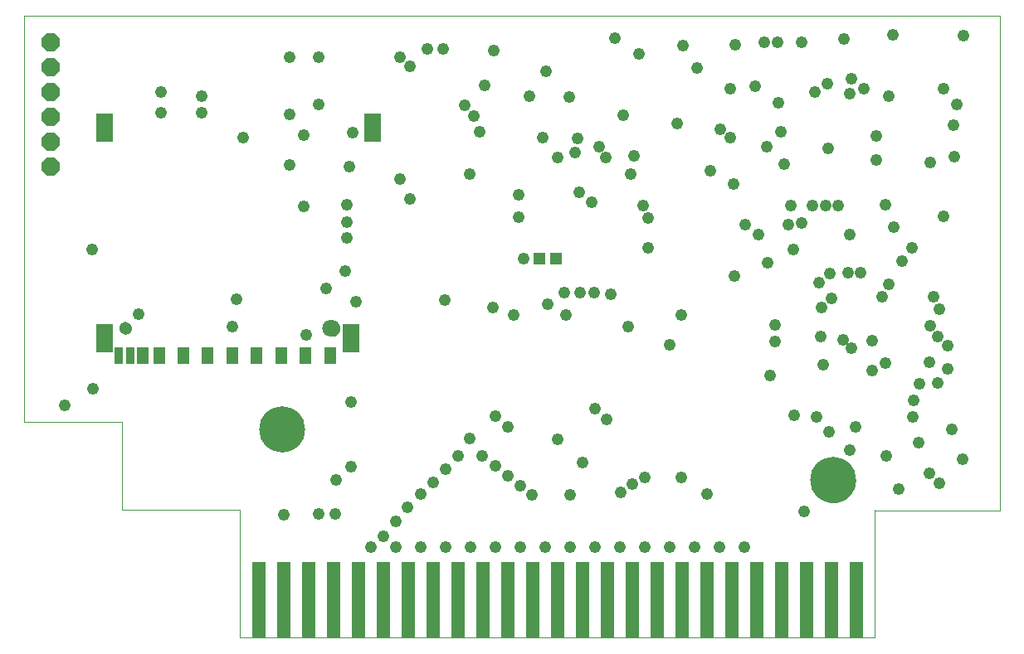
<source format=gbs>
G75*
%MOIN*%
%OFA0B0*%
%FSLAX25Y25*%
%IPPOS*%
%LPD*%
%AMOC8*
5,1,8,0,0,1.08239X$1,22.5*
%
%ADD10C,0.00000*%
%ADD11R,0.05800X0.30800*%
%ADD12C,0.18517*%
%ADD13R,0.04737X0.06706*%
%ADD14R,0.03556X0.06706*%
%ADD15C,0.05131*%
%ADD16C,0.07099*%
%ADD17R,0.06706X0.11824*%
%ADD18R,0.05131X0.04737*%
%ADD19OC8,0.07100*%
%ADD20C,0.04762*%
D10*
X0044370Y0056181D02*
X0044370Y0091614D01*
X0005000Y0091614D01*
X0005000Y0255000D01*
X0396732Y0255000D01*
X0396732Y0056161D01*
X0346614Y0056161D01*
X0346614Y0056181D01*
X0346614Y0056161D02*
X0346614Y0005000D01*
X0091614Y0005000D01*
X0091614Y0056181D01*
X0044370Y0056181D01*
X0099607Y0088654D02*
X0099610Y0088871D01*
X0099618Y0089089D01*
X0099631Y0089306D01*
X0099650Y0089522D01*
X0099674Y0089738D01*
X0099703Y0089954D01*
X0099737Y0090168D01*
X0099777Y0090382D01*
X0099822Y0090595D01*
X0099872Y0090806D01*
X0099928Y0091017D01*
X0099988Y0091225D01*
X0100054Y0091433D01*
X0100125Y0091638D01*
X0100201Y0091842D01*
X0100281Y0092044D01*
X0100367Y0092244D01*
X0100457Y0092441D01*
X0100553Y0092637D01*
X0100653Y0092830D01*
X0100758Y0093020D01*
X0100867Y0093208D01*
X0100981Y0093393D01*
X0101100Y0093575D01*
X0101223Y0093755D01*
X0101350Y0093931D01*
X0101482Y0094104D01*
X0101618Y0094273D01*
X0101758Y0094440D01*
X0101902Y0094603D01*
X0102050Y0094762D01*
X0102201Y0094918D01*
X0102357Y0095069D01*
X0102516Y0095217D01*
X0102679Y0095361D01*
X0102846Y0095501D01*
X0103015Y0095637D01*
X0103188Y0095769D01*
X0103364Y0095896D01*
X0103544Y0096019D01*
X0103726Y0096138D01*
X0103911Y0096252D01*
X0104099Y0096361D01*
X0104289Y0096466D01*
X0104482Y0096566D01*
X0104678Y0096662D01*
X0104875Y0096752D01*
X0105075Y0096838D01*
X0105277Y0096918D01*
X0105481Y0096994D01*
X0105686Y0097065D01*
X0105894Y0097131D01*
X0106102Y0097191D01*
X0106313Y0097247D01*
X0106524Y0097297D01*
X0106737Y0097342D01*
X0106951Y0097382D01*
X0107165Y0097416D01*
X0107381Y0097445D01*
X0107597Y0097469D01*
X0107813Y0097488D01*
X0108030Y0097501D01*
X0108248Y0097509D01*
X0108465Y0097512D01*
X0108682Y0097509D01*
X0108900Y0097501D01*
X0109117Y0097488D01*
X0109333Y0097469D01*
X0109549Y0097445D01*
X0109765Y0097416D01*
X0109979Y0097382D01*
X0110193Y0097342D01*
X0110406Y0097297D01*
X0110617Y0097247D01*
X0110828Y0097191D01*
X0111036Y0097131D01*
X0111244Y0097065D01*
X0111449Y0096994D01*
X0111653Y0096918D01*
X0111855Y0096838D01*
X0112055Y0096752D01*
X0112252Y0096662D01*
X0112448Y0096566D01*
X0112641Y0096466D01*
X0112831Y0096361D01*
X0113019Y0096252D01*
X0113204Y0096138D01*
X0113386Y0096019D01*
X0113566Y0095896D01*
X0113742Y0095769D01*
X0113915Y0095637D01*
X0114084Y0095501D01*
X0114251Y0095361D01*
X0114414Y0095217D01*
X0114573Y0095069D01*
X0114729Y0094918D01*
X0114880Y0094762D01*
X0115028Y0094603D01*
X0115172Y0094440D01*
X0115312Y0094273D01*
X0115448Y0094104D01*
X0115580Y0093931D01*
X0115707Y0093755D01*
X0115830Y0093575D01*
X0115949Y0093393D01*
X0116063Y0093208D01*
X0116172Y0093020D01*
X0116277Y0092830D01*
X0116377Y0092637D01*
X0116473Y0092441D01*
X0116563Y0092244D01*
X0116649Y0092044D01*
X0116729Y0091842D01*
X0116805Y0091638D01*
X0116876Y0091433D01*
X0116942Y0091225D01*
X0117002Y0091017D01*
X0117058Y0090806D01*
X0117108Y0090595D01*
X0117153Y0090382D01*
X0117193Y0090168D01*
X0117227Y0089954D01*
X0117256Y0089738D01*
X0117280Y0089522D01*
X0117299Y0089306D01*
X0117312Y0089089D01*
X0117320Y0088871D01*
X0117323Y0088654D01*
X0117320Y0088437D01*
X0117312Y0088219D01*
X0117299Y0088002D01*
X0117280Y0087786D01*
X0117256Y0087570D01*
X0117227Y0087354D01*
X0117193Y0087140D01*
X0117153Y0086926D01*
X0117108Y0086713D01*
X0117058Y0086502D01*
X0117002Y0086291D01*
X0116942Y0086083D01*
X0116876Y0085875D01*
X0116805Y0085670D01*
X0116729Y0085466D01*
X0116649Y0085264D01*
X0116563Y0085064D01*
X0116473Y0084867D01*
X0116377Y0084671D01*
X0116277Y0084478D01*
X0116172Y0084288D01*
X0116063Y0084100D01*
X0115949Y0083915D01*
X0115830Y0083733D01*
X0115707Y0083553D01*
X0115580Y0083377D01*
X0115448Y0083204D01*
X0115312Y0083035D01*
X0115172Y0082868D01*
X0115028Y0082705D01*
X0114880Y0082546D01*
X0114729Y0082390D01*
X0114573Y0082239D01*
X0114414Y0082091D01*
X0114251Y0081947D01*
X0114084Y0081807D01*
X0113915Y0081671D01*
X0113742Y0081539D01*
X0113566Y0081412D01*
X0113386Y0081289D01*
X0113204Y0081170D01*
X0113019Y0081056D01*
X0112831Y0080947D01*
X0112641Y0080842D01*
X0112448Y0080742D01*
X0112252Y0080646D01*
X0112055Y0080556D01*
X0111855Y0080470D01*
X0111653Y0080390D01*
X0111449Y0080314D01*
X0111244Y0080243D01*
X0111036Y0080177D01*
X0110828Y0080117D01*
X0110617Y0080061D01*
X0110406Y0080011D01*
X0110193Y0079966D01*
X0109979Y0079926D01*
X0109765Y0079892D01*
X0109549Y0079863D01*
X0109333Y0079839D01*
X0109117Y0079820D01*
X0108900Y0079807D01*
X0108682Y0079799D01*
X0108465Y0079796D01*
X0108248Y0079799D01*
X0108030Y0079807D01*
X0107813Y0079820D01*
X0107597Y0079839D01*
X0107381Y0079863D01*
X0107165Y0079892D01*
X0106951Y0079926D01*
X0106737Y0079966D01*
X0106524Y0080011D01*
X0106313Y0080061D01*
X0106102Y0080117D01*
X0105894Y0080177D01*
X0105686Y0080243D01*
X0105481Y0080314D01*
X0105277Y0080390D01*
X0105075Y0080470D01*
X0104875Y0080556D01*
X0104678Y0080646D01*
X0104482Y0080742D01*
X0104289Y0080842D01*
X0104099Y0080947D01*
X0103911Y0081056D01*
X0103726Y0081170D01*
X0103544Y0081289D01*
X0103364Y0081412D01*
X0103188Y0081539D01*
X0103015Y0081671D01*
X0102846Y0081807D01*
X0102679Y0081947D01*
X0102516Y0082091D01*
X0102357Y0082239D01*
X0102201Y0082390D01*
X0102050Y0082546D01*
X0101902Y0082705D01*
X0101758Y0082868D01*
X0101618Y0083035D01*
X0101482Y0083204D01*
X0101350Y0083377D01*
X0101223Y0083553D01*
X0101100Y0083733D01*
X0100981Y0083915D01*
X0100867Y0084100D01*
X0100758Y0084288D01*
X0100653Y0084478D01*
X0100553Y0084671D01*
X0100457Y0084867D01*
X0100367Y0085064D01*
X0100281Y0085264D01*
X0100201Y0085466D01*
X0100125Y0085670D01*
X0100054Y0085875D01*
X0099988Y0086083D01*
X0099928Y0086291D01*
X0099872Y0086502D01*
X0099822Y0086713D01*
X0099777Y0086926D01*
X0099737Y0087140D01*
X0099703Y0087354D01*
X0099674Y0087570D01*
X0099650Y0087786D01*
X0099631Y0088002D01*
X0099618Y0088219D01*
X0099610Y0088437D01*
X0099607Y0088654D01*
X0125216Y0129323D02*
X0125218Y0129435D01*
X0125224Y0129546D01*
X0125234Y0129658D01*
X0125248Y0129769D01*
X0125265Y0129879D01*
X0125287Y0129989D01*
X0125313Y0130098D01*
X0125342Y0130206D01*
X0125375Y0130312D01*
X0125412Y0130418D01*
X0125453Y0130522D01*
X0125498Y0130625D01*
X0125546Y0130726D01*
X0125597Y0130825D01*
X0125652Y0130922D01*
X0125711Y0131017D01*
X0125772Y0131111D01*
X0125837Y0131202D01*
X0125906Y0131290D01*
X0125977Y0131376D01*
X0126051Y0131460D01*
X0126129Y0131540D01*
X0126209Y0131618D01*
X0126292Y0131694D01*
X0126377Y0131766D01*
X0126465Y0131835D01*
X0126555Y0131901D01*
X0126648Y0131963D01*
X0126743Y0132023D01*
X0126840Y0132079D01*
X0126938Y0132131D01*
X0127039Y0132180D01*
X0127141Y0132225D01*
X0127245Y0132267D01*
X0127350Y0132305D01*
X0127457Y0132339D01*
X0127564Y0132369D01*
X0127673Y0132396D01*
X0127782Y0132418D01*
X0127893Y0132437D01*
X0128003Y0132452D01*
X0128115Y0132463D01*
X0128226Y0132470D01*
X0128338Y0132473D01*
X0128450Y0132472D01*
X0128562Y0132467D01*
X0128673Y0132458D01*
X0128784Y0132445D01*
X0128895Y0132428D01*
X0129005Y0132408D01*
X0129114Y0132383D01*
X0129222Y0132355D01*
X0129329Y0132322D01*
X0129435Y0132286D01*
X0129539Y0132246D01*
X0129642Y0132203D01*
X0129744Y0132156D01*
X0129843Y0132105D01*
X0129941Y0132051D01*
X0130037Y0131993D01*
X0130131Y0131932D01*
X0130222Y0131868D01*
X0130311Y0131801D01*
X0130398Y0131730D01*
X0130482Y0131656D01*
X0130564Y0131580D01*
X0130642Y0131500D01*
X0130718Y0131418D01*
X0130791Y0131333D01*
X0130861Y0131246D01*
X0130927Y0131156D01*
X0130991Y0131064D01*
X0131051Y0130970D01*
X0131108Y0130874D01*
X0131161Y0130775D01*
X0131211Y0130675D01*
X0131257Y0130574D01*
X0131300Y0130470D01*
X0131339Y0130365D01*
X0131374Y0130259D01*
X0131405Y0130152D01*
X0131433Y0130043D01*
X0131456Y0129934D01*
X0131476Y0129824D01*
X0131492Y0129713D01*
X0131504Y0129602D01*
X0131512Y0129491D01*
X0131516Y0129379D01*
X0131516Y0129267D01*
X0131512Y0129155D01*
X0131504Y0129044D01*
X0131492Y0128933D01*
X0131476Y0128822D01*
X0131456Y0128712D01*
X0131433Y0128603D01*
X0131405Y0128494D01*
X0131374Y0128387D01*
X0131339Y0128281D01*
X0131300Y0128176D01*
X0131257Y0128072D01*
X0131211Y0127971D01*
X0131161Y0127871D01*
X0131108Y0127772D01*
X0131051Y0127676D01*
X0130991Y0127582D01*
X0130927Y0127490D01*
X0130861Y0127400D01*
X0130791Y0127313D01*
X0130718Y0127228D01*
X0130642Y0127146D01*
X0130564Y0127066D01*
X0130482Y0126990D01*
X0130398Y0126916D01*
X0130311Y0126845D01*
X0130222Y0126778D01*
X0130131Y0126714D01*
X0130037Y0126653D01*
X0129941Y0126595D01*
X0129843Y0126541D01*
X0129744Y0126490D01*
X0129642Y0126443D01*
X0129539Y0126400D01*
X0129435Y0126360D01*
X0129329Y0126324D01*
X0129222Y0126291D01*
X0129114Y0126263D01*
X0129005Y0126238D01*
X0128895Y0126218D01*
X0128784Y0126201D01*
X0128673Y0126188D01*
X0128562Y0126179D01*
X0128450Y0126174D01*
X0128338Y0126173D01*
X0128226Y0126176D01*
X0128115Y0126183D01*
X0128003Y0126194D01*
X0127893Y0126209D01*
X0127782Y0126228D01*
X0127673Y0126250D01*
X0127564Y0126277D01*
X0127457Y0126307D01*
X0127350Y0126341D01*
X0127245Y0126379D01*
X0127141Y0126421D01*
X0127039Y0126466D01*
X0126938Y0126515D01*
X0126840Y0126567D01*
X0126743Y0126623D01*
X0126648Y0126683D01*
X0126555Y0126745D01*
X0126465Y0126811D01*
X0126377Y0126880D01*
X0126292Y0126952D01*
X0126209Y0127028D01*
X0126129Y0127106D01*
X0126051Y0127186D01*
X0125977Y0127270D01*
X0125906Y0127356D01*
X0125837Y0127444D01*
X0125772Y0127535D01*
X0125711Y0127629D01*
X0125652Y0127724D01*
X0125597Y0127821D01*
X0125546Y0127920D01*
X0125498Y0128021D01*
X0125453Y0128124D01*
X0125412Y0128228D01*
X0125375Y0128334D01*
X0125342Y0128440D01*
X0125313Y0128548D01*
X0125287Y0128657D01*
X0125265Y0128767D01*
X0125248Y0128877D01*
X0125234Y0128988D01*
X0125224Y0129100D01*
X0125218Y0129211D01*
X0125216Y0129323D01*
X0043524Y0129323D02*
X0043526Y0129416D01*
X0043532Y0129508D01*
X0043542Y0129600D01*
X0043556Y0129691D01*
X0043573Y0129782D01*
X0043595Y0129872D01*
X0043620Y0129961D01*
X0043649Y0130049D01*
X0043682Y0130135D01*
X0043719Y0130220D01*
X0043759Y0130304D01*
X0043803Y0130385D01*
X0043850Y0130465D01*
X0043900Y0130543D01*
X0043954Y0130618D01*
X0044011Y0130691D01*
X0044071Y0130761D01*
X0044134Y0130829D01*
X0044200Y0130894D01*
X0044268Y0130956D01*
X0044339Y0131016D01*
X0044413Y0131072D01*
X0044489Y0131125D01*
X0044567Y0131174D01*
X0044647Y0131221D01*
X0044729Y0131263D01*
X0044813Y0131303D01*
X0044898Y0131338D01*
X0044985Y0131370D01*
X0045073Y0131399D01*
X0045162Y0131423D01*
X0045252Y0131444D01*
X0045343Y0131460D01*
X0045435Y0131473D01*
X0045527Y0131482D01*
X0045620Y0131487D01*
X0045712Y0131488D01*
X0045805Y0131485D01*
X0045897Y0131478D01*
X0045989Y0131467D01*
X0046080Y0131452D01*
X0046171Y0131434D01*
X0046261Y0131411D01*
X0046349Y0131385D01*
X0046437Y0131355D01*
X0046523Y0131321D01*
X0046607Y0131284D01*
X0046690Y0131242D01*
X0046771Y0131198D01*
X0046851Y0131150D01*
X0046928Y0131099D01*
X0047002Y0131044D01*
X0047075Y0130986D01*
X0047145Y0130926D01*
X0047212Y0130862D01*
X0047276Y0130796D01*
X0047338Y0130726D01*
X0047396Y0130655D01*
X0047451Y0130581D01*
X0047503Y0130504D01*
X0047552Y0130425D01*
X0047598Y0130345D01*
X0047640Y0130262D01*
X0047678Y0130178D01*
X0047713Y0130092D01*
X0047744Y0130005D01*
X0047771Y0129917D01*
X0047794Y0129827D01*
X0047814Y0129737D01*
X0047830Y0129646D01*
X0047842Y0129554D01*
X0047850Y0129462D01*
X0047854Y0129369D01*
X0047854Y0129277D01*
X0047850Y0129184D01*
X0047842Y0129092D01*
X0047830Y0129000D01*
X0047814Y0128909D01*
X0047794Y0128819D01*
X0047771Y0128729D01*
X0047744Y0128641D01*
X0047713Y0128554D01*
X0047678Y0128468D01*
X0047640Y0128384D01*
X0047598Y0128301D01*
X0047552Y0128221D01*
X0047503Y0128142D01*
X0047451Y0128065D01*
X0047396Y0127991D01*
X0047338Y0127920D01*
X0047276Y0127850D01*
X0047212Y0127784D01*
X0047145Y0127720D01*
X0047075Y0127660D01*
X0047002Y0127602D01*
X0046928Y0127547D01*
X0046851Y0127496D01*
X0046772Y0127448D01*
X0046690Y0127404D01*
X0046607Y0127362D01*
X0046523Y0127325D01*
X0046437Y0127291D01*
X0046349Y0127261D01*
X0046261Y0127235D01*
X0046171Y0127212D01*
X0046080Y0127194D01*
X0045989Y0127179D01*
X0045897Y0127168D01*
X0045805Y0127161D01*
X0045712Y0127158D01*
X0045620Y0127159D01*
X0045527Y0127164D01*
X0045435Y0127173D01*
X0045343Y0127186D01*
X0045252Y0127202D01*
X0045162Y0127223D01*
X0045073Y0127247D01*
X0044985Y0127276D01*
X0044898Y0127308D01*
X0044813Y0127343D01*
X0044729Y0127383D01*
X0044647Y0127425D01*
X0044567Y0127472D01*
X0044489Y0127521D01*
X0044413Y0127574D01*
X0044339Y0127630D01*
X0044268Y0127690D01*
X0044200Y0127752D01*
X0044134Y0127817D01*
X0044071Y0127885D01*
X0044011Y0127955D01*
X0043954Y0128028D01*
X0043900Y0128103D01*
X0043850Y0128181D01*
X0043803Y0128261D01*
X0043759Y0128342D01*
X0043719Y0128426D01*
X0043682Y0128511D01*
X0043649Y0128597D01*
X0043620Y0128685D01*
X0043595Y0128774D01*
X0043573Y0128864D01*
X0043556Y0128955D01*
X0043542Y0129046D01*
X0043532Y0129138D01*
X0043526Y0129230D01*
X0043524Y0129323D01*
X0321024Y0068185D02*
X0321027Y0068402D01*
X0321035Y0068620D01*
X0321048Y0068837D01*
X0321067Y0069053D01*
X0321091Y0069269D01*
X0321120Y0069485D01*
X0321154Y0069699D01*
X0321194Y0069913D01*
X0321239Y0070126D01*
X0321289Y0070337D01*
X0321345Y0070548D01*
X0321405Y0070756D01*
X0321471Y0070964D01*
X0321542Y0071169D01*
X0321618Y0071373D01*
X0321698Y0071575D01*
X0321784Y0071775D01*
X0321874Y0071972D01*
X0321970Y0072168D01*
X0322070Y0072361D01*
X0322175Y0072551D01*
X0322284Y0072739D01*
X0322398Y0072924D01*
X0322517Y0073106D01*
X0322640Y0073286D01*
X0322767Y0073462D01*
X0322899Y0073635D01*
X0323035Y0073804D01*
X0323175Y0073971D01*
X0323319Y0074134D01*
X0323467Y0074293D01*
X0323618Y0074449D01*
X0323774Y0074600D01*
X0323933Y0074748D01*
X0324096Y0074892D01*
X0324263Y0075032D01*
X0324432Y0075168D01*
X0324605Y0075300D01*
X0324781Y0075427D01*
X0324961Y0075550D01*
X0325143Y0075669D01*
X0325328Y0075783D01*
X0325516Y0075892D01*
X0325706Y0075997D01*
X0325899Y0076097D01*
X0326095Y0076193D01*
X0326292Y0076283D01*
X0326492Y0076369D01*
X0326694Y0076449D01*
X0326898Y0076525D01*
X0327103Y0076596D01*
X0327311Y0076662D01*
X0327519Y0076722D01*
X0327730Y0076778D01*
X0327941Y0076828D01*
X0328154Y0076873D01*
X0328368Y0076913D01*
X0328582Y0076947D01*
X0328798Y0076976D01*
X0329014Y0077000D01*
X0329230Y0077019D01*
X0329447Y0077032D01*
X0329665Y0077040D01*
X0329882Y0077043D01*
X0330099Y0077040D01*
X0330317Y0077032D01*
X0330534Y0077019D01*
X0330750Y0077000D01*
X0330966Y0076976D01*
X0331182Y0076947D01*
X0331396Y0076913D01*
X0331610Y0076873D01*
X0331823Y0076828D01*
X0332034Y0076778D01*
X0332245Y0076722D01*
X0332453Y0076662D01*
X0332661Y0076596D01*
X0332866Y0076525D01*
X0333070Y0076449D01*
X0333272Y0076369D01*
X0333472Y0076283D01*
X0333669Y0076193D01*
X0333865Y0076097D01*
X0334058Y0075997D01*
X0334248Y0075892D01*
X0334436Y0075783D01*
X0334621Y0075669D01*
X0334803Y0075550D01*
X0334983Y0075427D01*
X0335159Y0075300D01*
X0335332Y0075168D01*
X0335501Y0075032D01*
X0335668Y0074892D01*
X0335831Y0074748D01*
X0335990Y0074600D01*
X0336146Y0074449D01*
X0336297Y0074293D01*
X0336445Y0074134D01*
X0336589Y0073971D01*
X0336729Y0073804D01*
X0336865Y0073635D01*
X0336997Y0073462D01*
X0337124Y0073286D01*
X0337247Y0073106D01*
X0337366Y0072924D01*
X0337480Y0072739D01*
X0337589Y0072551D01*
X0337694Y0072361D01*
X0337794Y0072168D01*
X0337890Y0071972D01*
X0337980Y0071775D01*
X0338066Y0071575D01*
X0338146Y0071373D01*
X0338222Y0071169D01*
X0338293Y0070964D01*
X0338359Y0070756D01*
X0338419Y0070548D01*
X0338475Y0070337D01*
X0338525Y0070126D01*
X0338570Y0069913D01*
X0338610Y0069699D01*
X0338644Y0069485D01*
X0338673Y0069269D01*
X0338697Y0069053D01*
X0338716Y0068837D01*
X0338729Y0068620D01*
X0338737Y0068402D01*
X0338740Y0068185D01*
X0338737Y0067968D01*
X0338729Y0067750D01*
X0338716Y0067533D01*
X0338697Y0067317D01*
X0338673Y0067101D01*
X0338644Y0066885D01*
X0338610Y0066671D01*
X0338570Y0066457D01*
X0338525Y0066244D01*
X0338475Y0066033D01*
X0338419Y0065822D01*
X0338359Y0065614D01*
X0338293Y0065406D01*
X0338222Y0065201D01*
X0338146Y0064997D01*
X0338066Y0064795D01*
X0337980Y0064595D01*
X0337890Y0064398D01*
X0337794Y0064202D01*
X0337694Y0064009D01*
X0337589Y0063819D01*
X0337480Y0063631D01*
X0337366Y0063446D01*
X0337247Y0063264D01*
X0337124Y0063084D01*
X0336997Y0062908D01*
X0336865Y0062735D01*
X0336729Y0062566D01*
X0336589Y0062399D01*
X0336445Y0062236D01*
X0336297Y0062077D01*
X0336146Y0061921D01*
X0335990Y0061770D01*
X0335831Y0061622D01*
X0335668Y0061478D01*
X0335501Y0061338D01*
X0335332Y0061202D01*
X0335159Y0061070D01*
X0334983Y0060943D01*
X0334803Y0060820D01*
X0334621Y0060701D01*
X0334436Y0060587D01*
X0334248Y0060478D01*
X0334058Y0060373D01*
X0333865Y0060273D01*
X0333669Y0060177D01*
X0333472Y0060087D01*
X0333272Y0060001D01*
X0333070Y0059921D01*
X0332866Y0059845D01*
X0332661Y0059774D01*
X0332453Y0059708D01*
X0332245Y0059648D01*
X0332034Y0059592D01*
X0331823Y0059542D01*
X0331610Y0059497D01*
X0331396Y0059457D01*
X0331182Y0059423D01*
X0330966Y0059394D01*
X0330750Y0059370D01*
X0330534Y0059351D01*
X0330317Y0059338D01*
X0330099Y0059330D01*
X0329882Y0059327D01*
X0329665Y0059330D01*
X0329447Y0059338D01*
X0329230Y0059351D01*
X0329014Y0059370D01*
X0328798Y0059394D01*
X0328582Y0059423D01*
X0328368Y0059457D01*
X0328154Y0059497D01*
X0327941Y0059542D01*
X0327730Y0059592D01*
X0327519Y0059648D01*
X0327311Y0059708D01*
X0327103Y0059774D01*
X0326898Y0059845D01*
X0326694Y0059921D01*
X0326492Y0060001D01*
X0326292Y0060087D01*
X0326095Y0060177D01*
X0325899Y0060273D01*
X0325706Y0060373D01*
X0325516Y0060478D01*
X0325328Y0060587D01*
X0325143Y0060701D01*
X0324961Y0060820D01*
X0324781Y0060943D01*
X0324605Y0061070D01*
X0324432Y0061202D01*
X0324263Y0061338D01*
X0324096Y0061478D01*
X0323933Y0061622D01*
X0323774Y0061770D01*
X0323618Y0061921D01*
X0323467Y0062077D01*
X0323319Y0062236D01*
X0323175Y0062399D01*
X0323035Y0062566D01*
X0322899Y0062735D01*
X0322767Y0062908D01*
X0322640Y0063084D01*
X0322517Y0063264D01*
X0322398Y0063446D01*
X0322284Y0063631D01*
X0322175Y0063819D01*
X0322070Y0064009D01*
X0321970Y0064202D01*
X0321874Y0064398D01*
X0321784Y0064595D01*
X0321698Y0064795D01*
X0321618Y0064997D01*
X0321542Y0065201D01*
X0321471Y0065406D01*
X0321405Y0065614D01*
X0321345Y0065822D01*
X0321289Y0066033D01*
X0321239Y0066244D01*
X0321194Y0066457D01*
X0321154Y0066671D01*
X0321120Y0066885D01*
X0321091Y0067101D01*
X0321067Y0067317D01*
X0321048Y0067533D01*
X0321035Y0067750D01*
X0321027Y0067968D01*
X0321024Y0068185D01*
D11*
X0319114Y0020000D03*
X0329114Y0020000D03*
X0339114Y0020000D03*
X0309114Y0020000D03*
X0299114Y0020000D03*
X0289114Y0020000D03*
X0279114Y0020000D03*
X0269114Y0020000D03*
X0259114Y0020000D03*
X0249114Y0020000D03*
X0239114Y0020000D03*
X0229114Y0020000D03*
X0219114Y0020000D03*
X0209114Y0020000D03*
X0199114Y0020000D03*
X0189114Y0020000D03*
X0179114Y0020000D03*
X0169114Y0020000D03*
X0159114Y0020000D03*
X0149114Y0020000D03*
X0139114Y0020000D03*
X0129114Y0020000D03*
X0119114Y0020000D03*
X0109114Y0020000D03*
X0099114Y0020000D03*
D12*
X0108465Y0088654D03*
X0329882Y0068185D03*
D13*
X0127874Y0118299D03*
X0118031Y0118299D03*
X0108189Y0118299D03*
X0098346Y0118299D03*
X0088504Y0118299D03*
X0078661Y0118299D03*
X0068819Y0118299D03*
X0059272Y0118299D03*
X0052579Y0118299D03*
D14*
X0047461Y0118299D03*
X0042736Y0118299D03*
D15*
X0045689Y0129323D03*
D16*
X0128366Y0129323D03*
D17*
X0136043Y0125386D03*
X0037224Y0125386D03*
X0037224Y0210031D03*
X0144705Y0210031D03*
D18*
X0211969Y0157362D03*
X0218661Y0157362D03*
D19*
X0015685Y0194331D03*
X0015685Y0204331D03*
X0015685Y0214331D03*
X0015685Y0224331D03*
X0015685Y0234331D03*
X0015685Y0244331D03*
D20*
X0059803Y0224409D03*
X0059803Y0216142D03*
X0076339Y0216142D03*
X0076339Y0222835D03*
X0092874Y0205906D03*
X0111378Y0215354D03*
X0123189Y0219291D03*
X0136969Y0207874D03*
X0117283Y0207087D03*
X0111378Y0194882D03*
X0117283Y0178346D03*
X0134606Y0179134D03*
X0134606Y0172047D03*
X0134606Y0165748D03*
X0133819Y0152362D03*
X0126339Y0145276D03*
X0138150Y0140157D03*
X0118071Y0126772D03*
X0088543Y0129921D03*
X0090118Y0140945D03*
X0050748Y0135039D03*
X0032244Y0161024D03*
X0032638Y0105118D03*
X0021220Y0098425D03*
X0109185Y0054331D03*
X0123189Y0054724D03*
X0129882Y0054724D03*
X0130276Y0068504D03*
X0136181Y0073622D03*
X0159016Y0057480D03*
X0164134Y0062598D03*
X0169252Y0067323D03*
X0174370Y0072835D03*
X0179094Y0077953D03*
X0188937Y0077953D03*
X0194055Y0074016D03*
X0199173Y0070079D03*
X0204291Y0066142D03*
X0209016Y0062205D03*
X0224370Y0062205D03*
X0229094Y0075197D03*
X0219252Y0084646D03*
X0234213Y0096850D03*
X0238937Y0092520D03*
X0254291Y0069291D03*
X0249173Y0066535D03*
X0244449Y0063386D03*
X0268858Y0069291D03*
X0279094Y0062598D03*
X0279114Y0062598D03*
X0274185Y0041331D03*
X0264185Y0041331D03*
X0254185Y0041331D03*
X0244185Y0041331D03*
X0234185Y0041331D03*
X0224185Y0041331D03*
X0214185Y0041331D03*
X0204185Y0041331D03*
X0194185Y0041331D03*
X0184185Y0041331D03*
X0174185Y0041331D03*
X0164185Y0041331D03*
X0154185Y0041331D03*
X0149173Y0045669D03*
X0144185Y0041331D03*
X0154291Y0051575D03*
X0183819Y0085039D03*
X0194055Y0094094D03*
X0199173Y0089764D03*
X0247598Y0129921D03*
X0264134Y0122835D03*
X0268858Y0134646D03*
X0290118Y0150394D03*
X0303504Y0155512D03*
X0313740Y0161024D03*
X0299961Y0166929D03*
X0294449Y0170866D03*
X0311772Y0170866D03*
X0317283Y0171654D03*
X0312953Y0178740D03*
X0321614Y0178740D03*
X0326732Y0178740D03*
X0331850Y0178740D03*
X0336575Y0166929D03*
X0350748Y0179134D03*
X0354291Y0170079D03*
X0361378Y0161811D03*
X0357441Y0156299D03*
X0352323Y0146850D03*
X0349567Y0142126D03*
X0340906Y0151575D03*
X0335787Y0151575D03*
X0328701Y0151181D03*
X0324370Y0147638D03*
X0329094Y0141339D03*
X0325157Y0137795D03*
X0324764Y0125984D03*
X0333819Y0124803D03*
X0337362Y0121260D03*
X0345630Y0124409D03*
X0350748Y0115354D03*
X0345630Y0112205D03*
X0364528Y0107087D03*
X0362165Y0100394D03*
X0372008Y0107480D03*
X0375945Y0112992D03*
X0368465Y0115748D03*
X0375945Y0122441D03*
X0372008Y0125984D03*
X0368858Y0130315D03*
X0372402Y0137008D03*
X0370039Y0142126D03*
X0374370Y0174409D03*
X0368858Y0196063D03*
X0378701Y0198425D03*
X0378307Y0211024D03*
X0379488Y0219291D03*
X0374370Y0225591D03*
X0352323Y0222835D03*
X0342087Y0225591D03*
X0336575Y0223622D03*
X0337362Y0229528D03*
X0327520Y0227559D03*
X0322402Y0224409D03*
X0307835Y0220079D03*
X0298386Y0226772D03*
X0288543Y0225591D03*
X0275157Y0233858D03*
X0269646Y0242913D03*
X0251929Y0239764D03*
X0242087Y0246063D03*
X0214528Y0232677D03*
X0207835Y0222835D03*
X0223976Y0222441D03*
X0245630Y0214961D03*
X0227126Y0205512D03*
X0235787Y0202362D03*
X0238543Y0198031D03*
X0249961Y0198819D03*
X0248386Y0191339D03*
X0233031Y0179921D03*
X0227913Y0183858D03*
X0226339Y0200000D03*
X0219252Y0198031D03*
X0213346Y0205906D03*
X0187756Y0208268D03*
X0185394Y0214567D03*
X0181850Y0218898D03*
X0189724Y0227165D03*
X0193661Y0240945D03*
X0173189Y0241732D03*
X0166890Y0241732D03*
X0155866Y0238189D03*
X0159803Y0234646D03*
X0123189Y0238189D03*
X0111378Y0238189D03*
X0135394Y0194488D03*
X0155866Y0189370D03*
X0159803Y0181496D03*
X0183819Y0191339D03*
X0203504Y0183071D03*
X0203504Y0174016D03*
X0205472Y0157480D03*
X0222008Y0143701D03*
X0228307Y0143701D03*
X0233819Y0143701D03*
X0240512Y0142913D03*
X0222402Y0134646D03*
X0215315Y0138976D03*
X0201535Y0134646D03*
X0193268Y0137795D03*
X0173976Y0140551D03*
X0136181Y0099606D03*
X0255472Y0161811D03*
X0255472Y0173622D03*
X0253504Y0178740D03*
X0280669Y0192520D03*
X0289724Y0187402D03*
X0303110Y0202362D03*
X0310197Y0195276D03*
X0309016Y0208268D03*
X0327913Y0201575D03*
X0347205Y0196850D03*
X0347205Y0206693D03*
X0290512Y0243307D03*
X0302323Y0244488D03*
X0307441Y0244488D03*
X0317283Y0244488D03*
X0334213Y0245669D03*
X0353898Y0247244D03*
X0382244Y0246850D03*
X0288543Y0205906D03*
X0284606Y0209449D03*
X0267283Y0211811D03*
X0306654Y0130709D03*
X0306654Y0124016D03*
X0325945Y0114567D03*
X0304685Y0110236D03*
X0314134Y0094488D03*
X0323189Y0093701D03*
X0328307Y0087795D03*
X0338937Y0089764D03*
X0336575Y0080315D03*
X0351142Y0077953D03*
X0364134Y0083465D03*
X0377520Y0088583D03*
X0361772Y0093701D03*
X0381850Y0076772D03*
X0372402Y0066929D03*
X0368465Y0070866D03*
X0356260Y0064567D03*
X0318071Y0055512D03*
X0294055Y0041339D03*
X0284185Y0041331D03*
M02*

</source>
